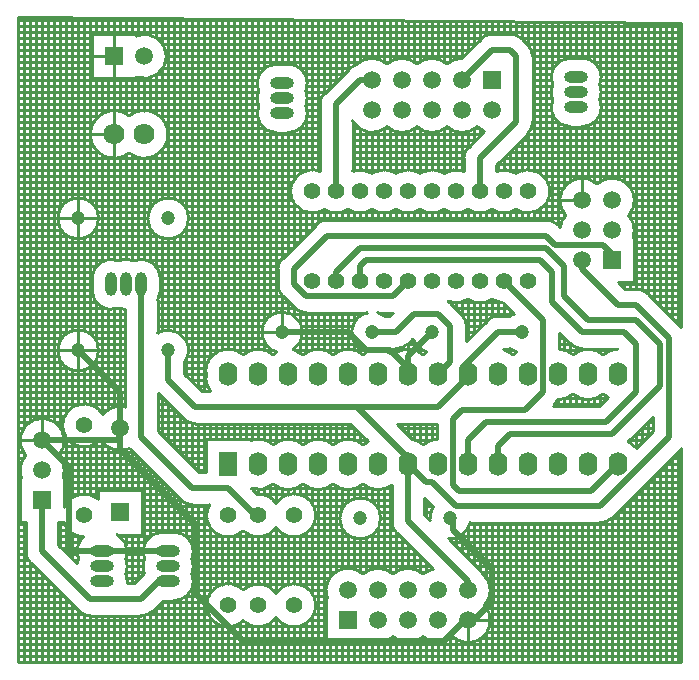
<source format=gbl>
%FSLAX42Y42*%
%MOMM*%
G71*
G01*
G75*
G04 Layer_Physical_Order=2*
%ADD10C,0.25*%
%ADD11C,0.51*%
%ADD12C,0.41*%
%ADD13C,1.40*%
%ADD14C,1.50*%
%ADD15R,1.50X1.50*%
%ADD16C,1.78*%
%ADD17O,1.00X2.00*%
%ADD18O,1.00X2.00*%
%ADD19C,1.20*%
%ADD20O,1.57X2.03*%
%ADD21R,1.57X2.03*%
%ADD22O,2.00X1.00*%
%ADD23O,2.00X1.00*%
D10*
X8937Y10579D02*
G03*
X8950Y10643I-150J63D01*
G01*
G03*
X8788Y10805I-163J0D01*
G01*
X8950Y10516D02*
G03*
X8937Y10579I-163J0D01*
G01*
X8937Y10452D02*
G03*
X8950Y10516I-150J63D01*
G01*
Y10389D02*
G03*
X8937Y10452I-163J0D01*
G01*
X8788Y10226D02*
G03*
X8950Y10389I0J163D01*
G01*
X8276Y10969D02*
G03*
X8179Y11009I-98J-98D01*
G01*
X8368Y10820D02*
G03*
X8327Y10918I-138J0D01*
G01*
X8368Y10820D02*
G03*
X8327Y10918I-138J0D01*
G01*
X8276Y10969D02*
G03*
X8179Y11009I-98J-98D01*
G01*
X8688Y10805D02*
G03*
X8538Y10579I0J-163D01*
G01*
G03*
X8538Y10452I150J-63D01*
G01*
G03*
X8688Y10226I150J-63D01*
G01*
X8327Y10164D02*
G03*
X8368Y10262I-98J98D01*
G01*
X8327Y10164D02*
G03*
X8368Y10262I-98J98D01*
G01*
X9230Y9601D02*
G03*
X8915Y9739I-188J0D01*
G01*
X9181Y9474D02*
G03*
X9230Y9601I-138J127D01*
G01*
X8915Y9739D02*
G03*
X8650Y9474I-127J-138D01*
G01*
X9230Y9347D02*
G03*
X9181Y9474I-188J0D01*
G01*
X9218Y9281D02*
G03*
X9230Y9347I-176J66D01*
G01*
X8650Y9474D02*
G03*
X8602Y9373I138J-127D01*
G01*
X9343Y8810D02*
G03*
X9246Y8850I-98J-98D01*
G01*
X9343Y8810D02*
G03*
X9246Y8850I-98J-98D01*
G01*
X8514Y9677D02*
G03*
X8230Y9829I-183J0D01*
G01*
G03*
X8063Y9848I-102J-152D01*
G01*
X8230Y9526D02*
G03*
X8514Y9677I102J152D01*
G01*
X8581Y9394D02*
G03*
X8484Y9435I-98J-98D01*
G01*
X8581Y9394D02*
G03*
X8484Y9435I-98J-98D01*
G01*
X8026Y9526D02*
G03*
X8230Y9526I102J152D01*
G01*
X8208Y8640D02*
G03*
X8177Y8622I73J-157D01*
G01*
X8026Y11009D02*
G03*
X7929Y10969I0J-138D01*
G01*
X8026Y11009D02*
G03*
X7929Y10969I0J-138D01*
G01*
X7899Y10225D02*
G03*
X7960Y10188I127J138D01*
G01*
X7645Y10225D02*
G03*
X7899Y10225I127J138D01*
G01*
X7765Y10805D02*
G03*
X7645Y10755I8J-188D01*
G01*
G03*
X7391Y10755I-127J-138D01*
G01*
Y10225D02*
G03*
X7645Y10225I127J138D01*
G01*
X7391Y10755D02*
G03*
X7137Y10755I-127J-138D01*
G01*
G03*
X6880Y10752I-127J-138D01*
G01*
G03*
X6811Y10715I29J-135D01*
G01*
X6880Y10752D02*
G03*
X6811Y10715I29J-135D01*
G01*
X6608Y10512D02*
G03*
X6567Y10414I98J-98D01*
G01*
X7137Y10225D02*
G03*
X7391Y10225I127J138D01*
G01*
X6844Y10277D02*
G03*
X7137Y10225I167J86D01*
G01*
X6608Y10512D02*
G03*
X6567Y10414I98J-98D01*
G01*
X7823Y9526D02*
G03*
X8026Y9526I102J152D01*
G01*
X7827Y10054D02*
G03*
X7787Y9957I98J-98D01*
G01*
X7827Y10054D02*
G03*
X7787Y9957I98J-98D01*
G01*
Y9848D02*
G03*
X7620Y9829I-65J-171D01*
G01*
G03*
X7417Y9829I-102J-152D01*
G01*
X7620Y9526D02*
G03*
X7823Y9526I102J152D01*
G01*
X7417Y9526D02*
G03*
X7620Y9526I102J152D01*
G01*
X8026Y8764D02*
G03*
X8115Y8733I102J152D01*
G01*
X7823Y8764D02*
G03*
X8026Y8764I102J152D01*
G01*
X7652Y8746D02*
G03*
X7823Y8764I69J169D01*
G01*
X7667Y8734D02*
G03*
X7652Y8746I-98J-98D01*
G01*
X7667Y8734D02*
G03*
X7652Y8746I-98J-98D01*
G01*
X7417Y9829D02*
G03*
X7214Y9829I-102J-152D01*
G01*
Y9526D02*
G03*
X7417Y9526I102J152D01*
G01*
X7214Y9829D02*
G03*
X7010Y9829I-102J-152D01*
G01*
Y9526D02*
G03*
X7214Y9526I102J152D01*
G01*
X7010Y9829D02*
G03*
X6844Y9848I-102J-152D01*
G01*
X6807Y9526D02*
G03*
X7010Y9526I102J152D01*
G01*
X6604Y9526D02*
G03*
X6807Y9526I102J152D01*
G01*
X6629Y9435D02*
G03*
X6532Y9394I0J-138D01*
G01*
X6629Y9435D02*
G03*
X6532Y9394I0J-138D01*
G01*
X9090Y8342D02*
G03*
X8966Y8294I3J-191D01*
G01*
Y7962D02*
G03*
X9008Y7934I127J143D01*
G01*
X9243Y7508D02*
G03*
X9178Y7560I-150J-119D01*
G01*
X8077Y8622D02*
G03*
X7980Y8581I0J-138D01*
G01*
X8077Y8622D02*
G03*
X7980Y8581I0J-138D01*
G01*
X8691Y8386D02*
G03*
X8788Y8346I98J98D01*
G01*
X8691Y8386D02*
G03*
X8788Y8346I98J98D01*
G01*
X7809Y8534D02*
G03*
X7768Y8632I-138J0D01*
G01*
X7809Y8534D02*
G03*
X7768Y8632I-138J0D01*
G01*
X8966Y8294D02*
G03*
X8712Y8294I-127J-143D01*
G01*
Y7962D02*
G03*
X8966Y7962I127J143D01*
G01*
X8712Y8294D02*
G03*
X8596Y8342I-127J-143D01*
G01*
X8582Y7914D02*
G03*
X8712Y7962I4J191D01*
G01*
X8177Y8346D02*
G03*
X8236Y8317I104J138D01*
G01*
G03*
X8204Y8294I95J-166D01*
G01*
G03*
X8125Y8336I-127J-143D01*
G01*
X8556Y7878D02*
G03*
X8582Y7914I-98J98D01*
G01*
X8556Y7878D02*
G03*
X8582Y7914I-98J98D01*
G01*
X8941Y6872D02*
G03*
X9038Y6913I0J138D01*
G01*
X8941Y6872D02*
G03*
X9038Y6913I0J138D01*
G01*
X7657Y6737D02*
G03*
X7840Y6872I14J172D01*
G01*
X7943Y6443D02*
G03*
X7921Y6473I-120J-68D01*
G01*
X7943Y6443D02*
G03*
X7921Y6473I-120J-68D01*
G01*
X8011Y6299D02*
G03*
X7943Y6443I-188J0D01*
G01*
X7961Y6172D02*
G03*
X8011Y6299I-138J127D01*
G01*
Y6045D02*
G03*
X7961Y6172I-188J0D01*
G01*
X7696Y5907D02*
G03*
X8011Y6045I127J138D01*
G01*
X7442Y5907D02*
G03*
X7696Y5907I127J138D01*
G01*
X7354Y8429D02*
G03*
X7474Y8317I164J54D01*
G01*
X7214Y8346D02*
G03*
X7311Y8386I0J138D01*
G01*
X7214Y8346D02*
G03*
X7311Y8386I0J138D01*
G01*
X7474Y8317D02*
G03*
X7442Y8294I95J-166D01*
G01*
G03*
X7188Y8294I-127J-143D01*
G01*
X7114Y8622D02*
G03*
X7056Y8650I-104J-138D01*
G01*
X7103Y8338D02*
G03*
X7114Y8346I-92J146D01*
G01*
X7558Y7580D02*
G03*
X7442Y7532I11J-191D01*
G01*
G03*
X7350Y7577I-127J-143D01*
G01*
X7188Y8294D02*
G03*
X7103Y8338I-127J-143D01*
G01*
X6965Y8650D02*
G03*
X6966Y8317I45J-167D01*
G01*
G03*
X6934Y8294I95J-166D01*
G01*
G03*
X6680Y8294I-127J-143D01*
G01*
X6976Y7560D02*
G03*
X6934Y7532I85J-172D01*
G01*
G03*
X6680Y7532I-127J-143D01*
G01*
X6934Y7200D02*
G03*
X7177Y7191I127J143D01*
G01*
X6680Y7200D02*
G03*
X6934Y7200I127J143D01*
G01*
X7529Y7008D02*
G03*
X7499Y6895I142J-99D01*
G01*
X7453Y7076D02*
G03*
X7461Y7076I14J137D01*
G01*
X7453Y7076D02*
G03*
X7461Y7076I14J137D01*
G01*
X7177Y6883D02*
G03*
X7218Y6786I138J0D01*
G01*
X7177Y6883D02*
G03*
X7218Y6786I138J0D01*
G01*
X7522Y6481D02*
G03*
X7442Y6437I47J-182D01*
G01*
G03*
X7188Y6437I-127J-138D01*
G01*
Y5907D02*
G03*
X7442Y5907I127J138D01*
G01*
X7082Y6909D02*
G03*
X7082Y6909I-173J0D01*
G01*
X7188Y6437D02*
G03*
X6934Y6437I-127J-138D01*
G01*
X6995Y5870D02*
G03*
X7188Y5907I66J176D01*
G01*
X6934Y6437D02*
G03*
X6632Y6233I-127J-138D01*
G01*
X6448Y10528D02*
G03*
X6461Y10592I-150J63D01*
G01*
G03*
X6298Y10754I-163J0D01*
G01*
X6461Y10465D02*
G03*
X6448Y10528I-163J0D01*
G01*
X6448Y10401D02*
G03*
X6461Y10465I-150J63D01*
G01*
X6198Y10754D02*
G03*
X6049Y10528I0J-163D01*
G01*
X6461Y10338D02*
G03*
X6448Y10401I-163J0D01*
G01*
X6298Y10175D02*
G03*
X6461Y10338I0J163D01*
G01*
X6567Y9848D02*
G03*
X6604Y9526I-65J-171D01*
G01*
X6049Y10401D02*
G03*
X6198Y10175I150J-63D01*
G01*
X6049Y10528D02*
G03*
X6049Y10401I150J-63D01*
G01*
X6354Y8691D02*
G03*
X6452Y8650I98J98D01*
G01*
X6354Y8691D02*
G03*
X6452Y8650I98J98D01*
G01*
X6252Y9115D02*
G03*
X6212Y9017I98J-98D01*
G01*
X6252Y9115D02*
G03*
X6212Y9017I98J-98D01*
G01*
Y8890D02*
G03*
X6252Y8792I138J0D01*
G01*
X6212Y8890D02*
G03*
X6252Y8792I138J0D01*
G01*
X6341Y8338D02*
G03*
X6421Y8484I-92J146D01*
G01*
G03*
X6204Y8317I-173J0D01*
G01*
X6680Y8294D02*
G03*
X6426Y8294I-127J-143D01*
G01*
G03*
X6341Y8338I-127J-143D01*
G01*
X6172Y8294D02*
G03*
X5918Y8294I-127J-143D01*
G01*
G03*
X5600Y8151I-127J-143D01*
G01*
X6204Y8317D02*
G03*
X6172Y8294I95J-166D01*
G01*
X5600Y8105D02*
G03*
X5641Y7987I191J0D01*
G01*
X5456Y9449D02*
G03*
X5456Y9449I-173J0D01*
G01*
X5421Y8228D02*
G03*
X5456Y8331I-138J104D01*
G01*
G03*
X5193Y8478I-173J0D01*
G01*
X5268Y10820D02*
G03*
X5014Y10996I-188J0D01*
G01*
Y10645D02*
G03*
X5268Y10820I66J176D01*
G01*
X5282Y10160D02*
G03*
X4953Y10317I-202J0D01*
G01*
Y10003D02*
G03*
X5282Y10160I127J157D01*
G01*
X4953Y10317D02*
G03*
X4953Y10003I-127J-157D01*
G01*
X4694Y9449D02*
G03*
X4694Y9449I-173J0D01*
G01*
X5193Y8754D02*
G03*
X5217Y8840I-138J86D01*
G01*
Y8940D02*
G03*
X4991Y9090I-163J0D01*
G01*
G03*
X4864Y9090I-63J-150D01*
G01*
G03*
X4638Y8940I-63J-150D01*
G01*
X4864Y8690D02*
G03*
X4917Y8678I63J150D01*
G01*
X4638Y8840D02*
G03*
X4864Y8690I163J0D01*
G01*
X4917Y7854D02*
G03*
X4730Y7787I-40J-183D01*
G01*
X4694Y8331D02*
G03*
X4694Y8331I-173J0D01*
G01*
X6680Y7532D02*
G03*
X6426Y7532I-127J-143D01*
G01*
G03*
X6172Y7532I-127J-143D01*
G01*
G03*
X5983Y7570I-127J-143D01*
G01*
X6426Y7200D02*
G03*
X6680Y7200I127J143D01*
G01*
X6172D02*
G03*
X6426Y7200I127J143D01*
G01*
X6533Y6934D02*
G03*
X6198Y7035I-183J0D01*
G01*
Y6833D02*
G03*
X6533Y6934I152J101D01*
G01*
X5989Y7160D02*
G03*
X6172Y7200I56J183D01*
G01*
X6198Y7035D02*
G03*
X6033Y7116I-152J-101D01*
G01*
X5918Y6803D02*
G03*
X6198Y6833I127J131D01*
G01*
X5414Y7751D02*
G03*
X5512Y7711I98J98D01*
G01*
X5414Y7751D02*
G03*
X5512Y7711I98J98D01*
G01*
X5632Y7025D02*
G03*
X5918Y6803I159J-90D01*
G01*
X5389Y7065D02*
G03*
X5486Y7025I98J98D01*
G01*
X5389Y7065D02*
G03*
X5486Y7025I98J98D01*
G01*
X6533Y6172D02*
G03*
X6198Y6273I-183J0D01*
G01*
G03*
X5918Y6304I-152J-101D01*
G01*
X6198Y6071D02*
G03*
X6533Y6172I152J101D01*
G01*
X5918Y6041D02*
G03*
X6198Y6071I127J131D01*
G01*
X5483Y6566D02*
G03*
X5496Y6629I-150J63D01*
G01*
G03*
X5333Y6792I-163J0D01*
G01*
X5496Y6502D02*
G03*
X5483Y6566I-163J0D01*
G01*
X5483Y6439D02*
G03*
X5496Y6502I-150J63D01*
G01*
X5496Y6375D02*
G03*
X5483Y6439I-163J0D01*
G01*
X5918Y6304D02*
G03*
X5918Y6041I-127J-131D01*
G01*
X5333Y6213D02*
G03*
X5496Y6375I0J163D01*
G01*
X4713Y7579D02*
G03*
X4955Y7499I164J91D01*
G01*
X4730Y7787D02*
G03*
X4713Y7579I-158J-91D01*
G01*
X4392Y7249D02*
G03*
X4404Y7315I-176J66D01*
G01*
X4689Y7074D02*
G03*
X4404Y7006I-117J-140D01*
G01*
X4400Y6874D02*
G03*
X4567Y6752I172J61D01*
G01*
X4355Y7442D02*
G03*
X4404Y7569I-138J127D01*
G01*
G03*
X4078Y7442I-188J0D01*
G01*
X4404Y7315D02*
G03*
X4355Y7442I-188J0D01*
G01*
X4078D02*
G03*
X4041Y7249I138J-127D01*
G01*
X5233Y6792D02*
G03*
X5083Y6566I0J-163D01*
G01*
G03*
X5081Y6445I150J-63D01*
G01*
X4924Y6566D02*
G03*
X4937Y6629I-150J63D01*
G01*
G03*
X4852Y6772I-163J0D01*
G01*
X4937Y6502D02*
G03*
X4924Y6566I-163J0D01*
G01*
X4924Y6439D02*
G03*
X4937Y6502I-150J63D01*
G01*
X4937Y6375D02*
G03*
X4924Y6439I-163J0D01*
G01*
X5055Y6085D02*
G03*
X5152Y6125I0J138D01*
G01*
X5055Y6085D02*
G03*
X5152Y6125I0J138D01*
G01*
X4936Y6361D02*
G03*
X4937Y6375I-162J14D01*
G01*
X4567Y6752D02*
G03*
X4525Y6566I107J-122D01*
G01*
G03*
X4514Y6527I150J-63D01*
G01*
X4078Y6629D02*
G03*
X4119Y6532I138J0D01*
G01*
X4078Y6629D02*
G03*
X4119Y6532I138J0D01*
G01*
X4525Y6125D02*
G03*
X4623Y6085I98J98D01*
G01*
X4525Y6125D02*
G03*
X4623Y6085I98J98D01*
G01*
X8948Y10668D02*
X9627D01*
X8948Y10617D02*
X9627D01*
X8889Y10770D02*
X9627D01*
X8931Y10719D02*
X9627D01*
X8950Y10516D02*
X9627D01*
X8948Y10414D02*
X9627D01*
X8942Y10566D02*
X9627D01*
X8942Y10465D02*
X9627D01*
X8890Y10769D02*
Y11106D01*
X8839Y10797D02*
Y11107D01*
X8941Y10697D02*
Y11106D01*
X8788Y10805D02*
Y11107D01*
X8738Y10805D02*
Y11107D01*
X8687Y10805D02*
Y11108D01*
X8941Y10570D02*
Y10588D01*
Y10443D02*
Y10461D01*
X8688Y10805D02*
X8788D01*
X9449Y8704D02*
Y11101D01*
X9398Y8755D02*
Y11101D01*
X9500Y8654D02*
Y11100D01*
X9296Y8841D02*
Y11102D01*
X9246Y8850D02*
Y11103D01*
X9347Y8806D02*
Y11102D01*
X8948Y10363D02*
X9627D01*
X9144Y9759D02*
Y11104D01*
X9195Y9711D02*
Y11103D01*
X8931Y10312D02*
X9627D01*
X8889Y10262D02*
X9627D01*
X9093Y9782D02*
Y11104D01*
X9042Y9789D02*
Y11105D01*
X8992Y9782D02*
Y11105D01*
X8941Y9759D02*
Y10334D01*
X8890Y9759D02*
Y10262D01*
X8839Y9782D02*
Y10234D01*
X8788Y9789D02*
Y10226D01*
X8738Y9782D02*
Y10226D01*
X8688D02*
X8788D01*
X8687Y9759D02*
Y10226D01*
X8636Y10797D02*
Y11108D01*
X8585Y10769D02*
Y11109D01*
X8534Y10697D02*
Y11109D01*
X8272Y10973D02*
X9627D01*
X8323Y10922D02*
X9627D01*
X8358Y10871D02*
X9627D01*
X8368Y10820D02*
X9627D01*
X8368Y10770D02*
X8586D01*
X8368Y10719D02*
X8544D01*
X8368Y10668D02*
X8527D01*
X8368Y10617D02*
X8527D01*
X8280Y10965D02*
Y11112D01*
X8230Y11000D02*
Y11112D01*
X8331Y10914D02*
Y11111D01*
X8179Y11009D02*
Y11113D01*
X8128Y11009D02*
Y11113D01*
X8276Y10969D02*
X8327Y10918D01*
X8026Y11009D02*
X8179D01*
X8534Y10570D02*
Y10588D01*
X8368Y10566D02*
X8533D01*
X8368Y10465D02*
X8533D01*
X8636Y9711D02*
Y10234D01*
X8368Y10312D02*
X8544D01*
X8585Y9390D02*
Y10262D01*
X8368Y10262D02*
X8586D01*
X8358Y10211D02*
X9627D01*
X8534Y10443D02*
Y10461D01*
X8433Y9829D02*
Y11110D01*
X8484Y9778D02*
Y11110D01*
X8368Y10516D02*
X8525D01*
X8368Y10262D02*
Y10820D01*
X8382Y9853D02*
Y11111D01*
X8368Y10414D02*
X8527D01*
X8368Y10363D02*
X8527D01*
X8534Y9425D02*
Y10334D01*
X9223Y9652D02*
X9627D01*
X9230Y9601D02*
X9627D01*
X9223Y9550D02*
X9627D01*
X9152Y9754D02*
X9627D01*
X9200Y9703D02*
X9627D01*
X9223Y9398D02*
X9627D01*
X9230Y9347D02*
X9627D01*
X9223Y9296D02*
X9627D01*
X9200Y9500D02*
X9627D01*
X9200Y9449D02*
X9627D01*
X8898Y9754D02*
X8933D01*
X9195Y9457D02*
Y9492D01*
X8788Y9601D02*
Y9776D01*
X8613Y9601D02*
X8788D01*
X8636Y9457D02*
Y9492D01*
X8581Y9394D02*
X8602Y9373D01*
X9230Y9246D02*
X9627D01*
X9230Y9195D02*
X9627D01*
X9230Y9144D02*
X9627D01*
X9230Y9093D02*
X9627D01*
X9230Y9042D02*
X9627D01*
X9230Y8992D02*
X9627D01*
X9300Y8839D02*
X9627D01*
X9365Y8788D02*
X9627D01*
X9416Y8738D02*
X9627D01*
X9230Y8941D02*
X9627D01*
X9111Y8890D02*
X9627D01*
X9218Y9281D02*
X9230D01*
Y8906D02*
Y9281D01*
X9195Y8850D02*
Y8906D01*
X9095D02*
X9230D01*
X9144Y8857D02*
Y8906D01*
X9095D02*
X9150Y8850D01*
X9466Y8687D02*
X9627D01*
X9517Y8636D02*
X9627D01*
X9150Y8850D02*
X9246D01*
X8323Y10160D02*
X9627D01*
X8273Y10109D02*
X9627D01*
X8222Y10058D02*
X9627D01*
X8171Y10008D02*
X9627D01*
X8120Y9957D02*
X9627D01*
X8069Y9906D02*
X9627D01*
X8497Y9754D02*
X8679D01*
X8512Y9703D02*
X8631D01*
X8512Y9652D02*
X8608D01*
X8373Y9855D02*
X9627D01*
X8463Y9804D02*
X9627D01*
X8331Y9860D02*
Y10168D01*
X8280Y9853D02*
Y10117D01*
X8230Y9829D02*
Y10066D01*
X8063Y9900D02*
X8327Y10164D01*
X8128Y9860D02*
Y9965D01*
X8179Y9853D02*
Y10015D01*
X8497Y9601D02*
X8601D01*
X8463Y9550D02*
X8608D01*
X8170Y9855D02*
X8289D01*
X8484Y9435D02*
Y9577D01*
X8433Y9435D02*
Y9526D01*
X8382Y9435D02*
Y9502D01*
X8373Y9500D02*
X8631D01*
X8331Y9435D02*
Y9495D01*
X8577Y9398D02*
X8608D01*
X8170Y9500D02*
X8289D01*
X6629Y9435D02*
X8484D01*
X8280D02*
Y9502D01*
X8230Y9435D02*
Y9526D01*
X8179Y9435D02*
Y9502D01*
X8128Y9435D02*
Y9495D01*
X8115Y8733D02*
X8208Y8640D01*
X8179Y8623D02*
Y8669D01*
X8077Y8622D02*
X8177D01*
X7714Y8687D02*
X8161D01*
X7765Y8636D02*
X8199D01*
X8077Y11009D02*
Y11113D01*
X8026Y11009D02*
Y11114D01*
X7874Y10914D02*
Y11115D01*
X7823Y10863D02*
Y11116D01*
X7772Y10813D02*
Y11116D01*
X7722Y10798D02*
Y11117D01*
X7976Y11000D02*
Y11114D01*
X7925Y10965D02*
Y11115D01*
X7765Y10805D02*
X7929Y10969D01*
X7671Y10775D02*
Y11117D01*
X7569Y10798D02*
Y11118D01*
X7620Y10775D02*
Y11118D01*
X7518Y10805D02*
Y11119D01*
X7468Y10798D02*
Y11119D01*
X7417Y10775D02*
Y11120D01*
X7628Y10770D02*
X7663D01*
X7366Y10775D02*
Y11120D01*
X7374Y10770D02*
X7409D01*
X7264Y10805D02*
Y11121D01*
X7315Y10798D02*
Y11120D01*
X7882Y10211D02*
X7917D01*
X7925Y10152D02*
Y10205D01*
X7874Y10101D02*
Y10205D01*
X7827Y10054D02*
X7960Y10188D01*
X7823Y10050D02*
Y10183D01*
X7772Y9853D02*
Y10175D01*
X7722Y9860D02*
Y10183D01*
X7671Y9853D02*
Y10205D01*
X7628Y10211D02*
X7663D01*
X7620Y9829D02*
Y10205D01*
X7417Y9829D02*
Y10205D01*
X7374Y10211D02*
X7409D01*
X7569Y9853D02*
Y10183D01*
X7518Y9860D02*
Y10175D01*
X7468Y9853D02*
Y10183D01*
X7315Y9860D02*
Y10183D01*
X7366Y9853D02*
Y10205D01*
X7214Y10798D02*
Y11121D01*
X7163Y10775D02*
Y11122D01*
X7112Y10775D02*
Y11122D01*
X7061Y10798D02*
Y11123D01*
X6960Y10798D02*
Y11124D01*
X6909Y10775D02*
Y11124D01*
X7120Y10770D02*
X7155D01*
X7010Y10805D02*
Y11123D01*
X6858Y10746D02*
Y11125D01*
X6807Y10711D02*
Y11125D01*
X6756Y10660D02*
Y11126D01*
X6706Y10609D02*
Y11126D01*
X6655Y10559D02*
Y11126D01*
X6604Y10508D02*
Y11127D01*
X6608Y10512D02*
X6811Y10715D01*
X6459Y10617D02*
X6713D01*
X6459Y10566D02*
X6663D01*
X7264Y9853D02*
Y10175D01*
X7163Y9853D02*
Y10205D01*
X7120Y10211D02*
X7155D01*
X7112Y9860D02*
Y10205D01*
X6844Y10160D02*
X7933D01*
X7061Y9853D02*
Y10183D01*
X7214Y9829D02*
Y10183D01*
X6844Y10109D02*
X7882D01*
X6844Y10058D02*
X7831D01*
X6844Y10262D02*
X6853D01*
X6844Y9848D02*
Y10277D01*
X6553Y9853D02*
Y11127D01*
X6502Y9860D02*
Y11128D01*
X6567Y9848D02*
Y10414D01*
X6960Y9853D02*
Y10183D01*
X6909Y9860D02*
Y10205D01*
X7010Y9829D02*
Y10175D01*
X6844Y10211D02*
X6901D01*
X6858Y9853D02*
Y10254D01*
X8077Y9853D02*
Y9914D01*
X8063Y9848D02*
Y9900D01*
X8077Y9435D02*
Y9502D01*
X8063Y9855D02*
X8086D01*
X8026Y9435D02*
Y9526D01*
X7967Y9500D02*
X8086D01*
X7976Y9435D02*
Y9502D01*
X7925Y9435D02*
Y9495D01*
X7764Y9500D02*
X7883D01*
X7874Y9435D02*
Y9502D01*
X7787Y9848D02*
Y9957D01*
X7764Y9855D02*
X7787D01*
X7560D02*
X7680D01*
X7823Y9435D02*
Y9526D01*
X7560Y9500D02*
X7680D01*
X7967Y8738D02*
X8086D01*
X7772Y9435D02*
Y9502D01*
X7722Y9435D02*
Y9495D01*
X8128Y8622D02*
Y8720D01*
X7772Y8628D02*
Y8740D01*
X8077Y8622D02*
Y8740D01*
X7764Y8738D02*
X7883D01*
X7667Y8734D02*
X7768Y8632D01*
X7671Y9435D02*
Y9502D01*
X7620Y9435D02*
Y9526D01*
X7569Y9435D02*
Y9502D01*
X7518Y9435D02*
Y9495D01*
X7468Y9435D02*
Y9502D01*
X7417Y9435D02*
Y9526D01*
X7663Y8738D02*
X7680D01*
X7671Y8730D02*
Y8740D01*
X7722Y8679D02*
Y8733D01*
X7357Y9855D02*
X7476D01*
X7154D02*
X7273D01*
X6844Y10008D02*
X7796D01*
X6844Y9957D02*
X7787D01*
X6844Y9906D02*
X7787D01*
X7357Y9500D02*
X7476D01*
X7366Y9435D02*
Y9502D01*
X7315Y9435D02*
Y9495D01*
X7154Y9500D02*
X7273D01*
X6951Y9855D02*
X7070D01*
X6844D02*
X6867D01*
X6544D02*
X6567D01*
X6951Y9500D02*
X7070D01*
X6748D02*
X6867D01*
X6544D02*
X6664D01*
X7264Y9435D02*
Y9502D01*
X7214Y9435D02*
Y9526D01*
X7163Y9435D02*
Y9502D01*
X7061Y9435D02*
Y9502D01*
X7010Y9435D02*
Y9526D01*
X6960Y9435D02*
Y9502D01*
X7092Y8636D02*
X7171D01*
X7112Y9435D02*
Y9495D01*
X7163Y8628D02*
Y8650D01*
X6909Y9435D02*
Y9495D01*
X7056Y8650D02*
X7185D01*
X6858Y9435D02*
Y9502D01*
X6807Y9435D02*
Y9526D01*
X6756Y9435D02*
Y9502D01*
X6655Y9435D02*
Y9502D01*
X6604Y9432D02*
Y9526D01*
X6706Y9435D02*
Y9495D01*
X6553Y9412D02*
Y9502D01*
X6502Y9365D02*
Y9495D01*
X9619Y8534D02*
X9627D01*
X9601Y8552D02*
Y11100D01*
X9627Y8526D02*
Y11099D01*
X9568Y8585D02*
X9627D01*
X9550Y8603D02*
Y11100D01*
X9343Y8810D02*
X9623Y8530D01*
X9042Y8335D02*
Y8346D01*
X8788D02*
X9087D01*
X8903Y8331D02*
X9029D01*
X8992Y8313D02*
Y8346D01*
X8941Y8313D02*
Y8346D01*
X8992Y7917D02*
Y7943D01*
X8890Y8335D02*
Y8346D01*
X8788Y8335D02*
Y8346D01*
X8738Y8313D02*
Y8355D01*
X8903Y7925D02*
X8999D01*
X8941Y7866D02*
Y7943D01*
X8934Y7860D02*
X9008Y7934D01*
X8890Y7860D02*
Y7921D01*
X8839Y7860D02*
Y7914D01*
X9339Y7722D02*
X9387D01*
Y7652D02*
Y7769D01*
X9627Y5690D02*
Y7501D01*
X9289Y7671D02*
X9387D01*
X9178Y7560D02*
X9387Y7769D01*
X9038Y6913D02*
X9623Y7497D01*
X9593Y7468D02*
X9627D01*
X9601Y5690D02*
Y7475D01*
X9550Y5690D02*
Y7425D01*
X9543Y7417D02*
X9627D01*
X9500Y5690D02*
Y7374D01*
X9347Y7612D02*
Y7729D01*
X9296Y7561D02*
Y7679D01*
X9243Y7508D02*
X9387Y7652D01*
X8788Y7860D02*
Y7921D01*
X8738Y7860D02*
Y7943D01*
X9246Y7511D02*
Y7628D01*
X9238Y7620D02*
X9355D01*
X9195Y7551D02*
Y7577D01*
X9234Y7518D02*
X9253D01*
X9187Y7569D02*
X9304D01*
X8596Y8480D02*
X8691Y8386D01*
X8026Y8612D02*
Y8764D01*
X8596Y8342D02*
Y8480D01*
X7799Y8585D02*
X7984D01*
X8596Y8433D02*
X8644D01*
X8596Y8382D02*
X8695D01*
X8134Y8346D02*
X8177D01*
X7976Y8577D02*
Y8740D01*
X7925Y8527D02*
Y8733D01*
X7874Y8476D02*
Y8740D01*
X7823Y8425D02*
Y8764D01*
X7809Y8411D02*
X7980Y8581D01*
X7809Y8534D02*
X7933D01*
X7809Y8411D02*
Y8534D01*
Y8484D02*
X7882D01*
X7809Y8433D02*
X7831D01*
X8687Y8313D02*
Y8390D01*
X8649Y8331D02*
X8775D01*
X8636Y8335D02*
Y8441D01*
X8649Y7925D02*
X8775D01*
X8687Y7860D02*
Y7943D01*
X8552Y7874D02*
X8949D01*
X8538Y7860D02*
X8934D01*
X8179Y8313D02*
Y8344D01*
X8141Y8331D02*
X8199D01*
X8125Y8336D02*
X8134Y8346D01*
X8636Y7860D02*
Y7921D01*
X8585Y7860D02*
Y7914D01*
X8538Y7860D02*
X8556Y7878D01*
X9492Y7366D02*
X9627D01*
X9441Y7315D02*
X9627D01*
X9390Y7264D02*
X9627D01*
X9339Y7214D02*
X9627D01*
X9289Y7163D02*
X9627D01*
X9238Y7112D02*
X9627D01*
X9187Y7061D02*
X9627D01*
X9136Y7010D02*
X9627D01*
X9085Y6960D02*
X9627D01*
X9034Y6909D02*
X9627D01*
X8004Y6350D02*
X9627D01*
X9449Y5690D02*
Y7323D01*
X9398Y5690D02*
Y7272D01*
X9347Y5690D02*
Y7221D01*
X9296Y5690D02*
Y7171D01*
X9246Y5690D02*
Y7120D01*
X9195Y5690D02*
Y7069D01*
X9144Y5690D02*
Y7018D01*
X8011Y6299D02*
X9627D01*
X8004Y6248D02*
X9627D01*
X9093Y5690D02*
Y6967D01*
X9042Y5690D02*
Y6917D01*
X8992Y5690D02*
Y6882D01*
X8941Y5690D02*
Y6872D01*
X8890Y5690D02*
Y6872D01*
X8839Y5690D02*
Y6872D01*
X8788Y5690D02*
Y6872D01*
X8738Y5690D02*
Y6872D01*
X8687Y5690D02*
Y6872D01*
X8636Y5690D02*
Y6872D01*
X8585Y5690D02*
Y6872D01*
X8534Y5690D02*
Y6872D01*
X8484Y5690D02*
Y6872D01*
X8433Y5690D02*
Y6872D01*
X8382Y5690D02*
Y6872D01*
X8331Y5690D02*
Y6872D01*
X8280Y5690D02*
Y6872D01*
X8230Y5690D02*
Y6872D01*
X8179Y5690D02*
Y6872D01*
X8128Y5690D02*
Y6872D01*
X8077Y5690D02*
Y6872D01*
X8026Y5690D02*
Y6872D01*
X7836Y6858D02*
X9627D01*
X7840Y6872D02*
X8941D01*
X7810Y6807D02*
X9627D01*
X7752Y6756D02*
X9627D01*
X7688Y6706D02*
X9627D01*
X7739Y6655D02*
X9627D01*
X7892Y6502D02*
X9627D01*
X7938Y6452D02*
X9627D01*
X7981Y6401D02*
X9627D01*
X7790Y6604D02*
X9627D01*
X7841Y6553D02*
X9627D01*
X7925Y6469D02*
Y6872D01*
X7874Y6520D02*
Y6872D01*
X7976Y6409D02*
Y6872D01*
X7772Y6622D02*
Y6769D01*
X7823Y6571D02*
Y6828D01*
X7722Y6672D02*
Y6744D01*
X7671Y6723D02*
Y6736D01*
X7657Y6737D02*
X7921Y6473D01*
X7981Y6198D02*
X9627D01*
X7981Y6147D02*
X9627D01*
X8004Y6096D02*
X9627D01*
X8011Y6045D02*
X9627D01*
X8004Y5994D02*
X9627D01*
X7981Y5944D02*
X9627D01*
X7933Y5893D02*
X9627D01*
X7823Y6045D02*
X7998D01*
X7976Y6155D02*
Y6190D01*
Y5690D02*
Y5936D01*
X7823Y5870D02*
Y6045D01*
X7679Y5893D02*
X7714D01*
X7925Y5690D02*
Y5887D01*
X7874Y5690D02*
Y5865D01*
X7823Y5690D02*
Y5858D01*
X7772Y5690D02*
Y5865D01*
X7722Y5690D02*
Y5887D01*
X7366Y8335D02*
Y8402D01*
X7315Y8342D02*
Y8390D01*
X7311Y8386D02*
X7354Y8429D01*
X7379Y8331D02*
X7437D01*
X7417Y8313D02*
Y8344D01*
X7307Y8382D02*
X7379D01*
X7156Y8622D02*
X7185Y8650D01*
X7114Y8622D02*
X7156D01*
X7264Y8335D02*
Y8355D01*
X7112Y8623D02*
Y8650D01*
X7114Y8346D02*
X7214D01*
X7125Y8331D02*
X7251D01*
X7214Y8313D02*
Y8346D01*
X7163Y8313D02*
Y8346D01*
X7112Y8335D02*
Y8344D01*
X7558Y7580D02*
Y7711D01*
X7518Y7573D02*
Y7711D01*
X7468Y7551D02*
Y7711D01*
X7217D02*
X7558D01*
X7366Y7573D02*
Y7711D01*
X7417Y7551D02*
Y7711D01*
X7379Y7569D02*
X7505D01*
X7257Y7671D02*
X7558D01*
X7307Y7620D02*
X7558D01*
X7315Y8128D02*
Y8330D01*
X7264Y7663D02*
Y7711D01*
X7315Y7612D02*
Y7711D01*
X7217D02*
X7350Y7577D01*
X7177Y6883D02*
Y7191D01*
X7125Y7163D02*
X7177D01*
X7112Y6480D02*
Y7159D01*
X7163Y6457D02*
Y7181D01*
X7010Y7048D02*
Y7159D01*
X7061Y6990D02*
Y7152D01*
X6909Y8623D02*
Y8650D01*
X6858Y8565D02*
Y8650D01*
X6909Y8313D02*
Y8344D01*
X6858Y8335D02*
Y8402D01*
X6807Y8342D02*
Y8650D01*
X6871Y8331D02*
X6929D01*
X6858Y7573D02*
Y7679D01*
X6807Y7580D02*
Y7711D01*
X6756Y8335D02*
Y8650D01*
X6706Y8313D02*
Y8650D01*
X6655Y8313D02*
Y8650D01*
X6604Y8335D02*
Y8650D01*
X6553Y8342D02*
Y8650D01*
X6502Y8335D02*
Y8650D01*
X6756Y7573D02*
Y7711D01*
X6617Y8331D02*
X6743D01*
X6604Y7573D02*
Y7711D01*
X6553Y7580D02*
Y7711D01*
X6502Y7573D02*
Y7711D01*
X6960Y7551D02*
Y7577D01*
X6909Y7551D02*
Y7628D01*
X6826Y7711D02*
X6976Y7560D01*
X6871Y7569D02*
X6967D01*
X6909Y7082D02*
Y7181D01*
X6960Y7074D02*
Y7181D01*
X6871Y7163D02*
X6997D01*
X6706Y7551D02*
Y7711D01*
X6655Y7551D02*
Y7711D01*
X6706Y6457D02*
Y7181D01*
X6617Y7569D02*
X6743D01*
X6617Y7163D02*
X6743D01*
X6655Y6409D02*
Y7181D01*
X6858Y7074D02*
Y7159D01*
X6807Y7048D02*
Y7152D01*
X6756Y6990D02*
Y7159D01*
X6502Y7035D02*
Y7159D01*
X6604Y5690D02*
Y7159D01*
X7518Y6990D02*
Y7018D01*
X7468Y6926D02*
Y7069D01*
X7453Y7061D02*
X7475D01*
X7461Y7076D02*
X7529Y7008D01*
X7453Y7010D02*
X7526D01*
X7453Y6960D02*
X7506D01*
X7485Y6909D02*
X7498D01*
X7453Y6941D02*
X7499Y6895D01*
X7218Y6786D02*
X7522Y6481D01*
X7453Y6941D02*
Y7076D01*
X7074Y6960D02*
X7177D01*
X7082Y6909D02*
X7177D01*
X7366Y6480D02*
Y6637D01*
X7315Y6487D02*
Y6688D01*
X7264Y6480D02*
Y6739D01*
X7074Y6858D02*
X7179D01*
X7061Y6487D02*
Y6828D01*
X7468Y6457D02*
Y6536D01*
X7425Y6452D02*
X7460D01*
X7425Y5893D02*
X7460D01*
X7671Y5690D02*
Y5887D01*
X7620Y5690D02*
Y5865D01*
X7569Y5690D02*
Y5858D01*
X7518Y5690D02*
Y5865D01*
X7468Y5690D02*
Y5887D01*
X7417Y6457D02*
Y6586D01*
X7214Y6457D02*
Y6790D01*
X7417Y5690D02*
Y5887D01*
X7171Y6452D02*
X7206D01*
X7171Y5893D02*
X7206D01*
X7214Y5690D02*
Y5887D01*
X7366Y5690D02*
Y5865D01*
X7315Y5690D02*
Y5858D01*
X7264Y5690D02*
Y5865D01*
X7163Y5690D02*
Y5887D01*
X7112Y5690D02*
Y5865D01*
X7048Y6807D02*
X7200D01*
X7048Y7010D02*
X7177D01*
X7010Y6480D02*
Y6769D01*
X6990Y6756D02*
X7247D01*
X6990Y7061D02*
X7177D01*
X6960Y6457D02*
Y6744D01*
X6917Y6452D02*
X6952D01*
X6858Y6480D02*
Y6744D01*
X6909Y6457D02*
Y6736D01*
X6516Y7010D02*
X6769D01*
X6531Y6960D02*
X6744D01*
X6531Y6909D02*
X6736D01*
X6481Y7061D02*
X6828D01*
X6516Y6858D02*
X6744D01*
X6502Y6273D02*
Y6833D01*
X6807Y6487D02*
Y6769D01*
X6756Y6480D02*
Y6828D01*
X6516Y6248D02*
X6627D01*
X6481Y6807D02*
X6769D01*
X6481Y6299D02*
X6619D01*
X7061Y5690D02*
Y5858D01*
X7010Y5690D02*
Y5865D01*
X6995Y5858D02*
Y5870D01*
X6619Y5858D02*
X6995D01*
X6960Y5690D02*
Y5858D01*
X6909Y5690D02*
Y5858D01*
X6858Y5690D02*
Y5858D01*
X6807Y5690D02*
Y5858D01*
X6756Y5690D02*
Y5858D01*
X6619Y6233D02*
X6632D01*
X6619Y5858D02*
Y6233D01*
X6553Y5690D02*
Y7152D01*
X6531Y6198D02*
X6619D01*
X6531Y6147D02*
X6619D01*
X6706Y5690D02*
Y5858D01*
X6516Y6096D02*
X6619D01*
X6655Y5690D02*
Y5858D01*
X6481Y6045D02*
X6619D01*
X6502Y5690D02*
Y6071D01*
X6452Y10647D02*
Y11128D01*
Y10520D02*
Y10537D01*
X6400Y10719D02*
X6815D01*
X6442Y10668D02*
X6764D01*
X6453Y10516D02*
X6612D01*
X6461Y10465D02*
X6577D01*
X6453Y10414D02*
X6567D01*
X6350Y10746D02*
Y11129D01*
X6299Y10754D02*
Y11130D01*
X6401Y10718D02*
Y11129D01*
X6248Y10754D02*
Y11130D01*
X6198Y10754D02*
Y11131D01*
X6045Y10647D02*
Y11132D01*
X6198Y10754D02*
X6298D01*
X6147Y10746D02*
Y11131D01*
X6096Y10718D02*
Y11132D01*
X6045Y10520D02*
Y10537D01*
X6459Y10363D02*
X6567D01*
X6452Y10393D02*
Y10410D01*
X6459Y10312D02*
X6567D01*
X6452Y9853D02*
Y10283D01*
X6442Y10262D02*
X6567D01*
X6400Y10211D02*
X6567D01*
X6401Y9829D02*
Y10211D01*
X6350Y9778D02*
Y10183D01*
X6096Y8565D02*
Y10211D01*
X6045Y10393D02*
Y10410D01*
Y8342D02*
Y10283D01*
X5994Y8335D02*
Y11133D01*
X6198Y10175D02*
X6298D01*
X6299Y9162D02*
Y10175D01*
X6248Y9111D02*
Y10175D01*
X6198Y8649D02*
Y10175D01*
X6147Y8623D02*
Y10183D01*
X4013Y11151D02*
X9627Y11099D01*
X5190Y10973D02*
X7933D01*
X5238Y10922D02*
X7882D01*
X4013Y11074D02*
X9627D01*
X4013Y11125D02*
X6794D01*
X4013Y11024D02*
X9627D01*
X5268Y10820D02*
X7780D01*
X5282Y10160D02*
X6567D01*
X5275Y10109D02*
X6567D01*
X5261Y10871D02*
X7831D01*
X5261Y10770D02*
X6901D01*
X5238Y10719D02*
X6097D01*
X5190Y10668D02*
X6055D01*
X4013Y10617D02*
X6038D01*
X4013Y10516D02*
X6044D01*
X4013Y10566D02*
X6038D01*
X4013Y10465D02*
X6036D01*
X5254Y10262D02*
X6055D01*
X5212Y10312D02*
X6038D01*
X5275Y10211D02*
X6097D01*
X4013Y10414D02*
X6044D01*
X4013Y10363D02*
X6038D01*
X5254Y10058D02*
X6567D01*
X5944Y8313D02*
Y11133D01*
X5893Y8313D02*
Y11133D01*
X5212Y10008D02*
X6567D01*
X4013Y9957D02*
X6567D01*
X4013Y9906D02*
X6567D01*
X4013Y9855D02*
X6460D01*
X4013Y9804D02*
X6371D01*
X4013Y9754D02*
X6336D01*
X4013Y9703D02*
X6321D01*
X4013Y9652D02*
X6321D01*
X5842Y8335D02*
Y11134D01*
X5791Y8342D02*
Y11134D01*
X5740Y8335D02*
Y11135D01*
X5690Y8313D02*
Y11135D01*
X5639Y8267D02*
Y11136D01*
X5588Y7987D02*
Y11136D01*
X5486Y8069D02*
Y11137D01*
X5436Y9530D02*
Y11138D01*
X5537Y8019D02*
Y11137D01*
X5334Y9614D02*
Y11139D01*
X5385Y9588D02*
Y11138D01*
X6452Y9314D02*
Y9502D01*
X6401Y9263D02*
Y9526D01*
Y8565D02*
Y8660D01*
X6252Y9115D02*
X6532Y9394D01*
X6452Y8650D02*
X6965D01*
X6413Y8534D02*
X6845D01*
X6421Y8484D02*
X6838D01*
X6330Y8636D02*
X6929D01*
X6388Y8585D02*
X6871D01*
X6350Y9212D02*
Y9577D01*
X6212Y8890D02*
Y9017D01*
X6299Y8649D02*
Y8745D01*
X6248Y8656D02*
Y8796D01*
X6350Y8623D02*
Y8695D01*
X6252Y8792D02*
X6354Y8691D01*
X6248Y8484D02*
Y8644D01*
X6413Y8433D02*
X6845D01*
X6452Y8313D02*
Y8650D01*
X6401Y8313D02*
Y8402D01*
X6248Y8484D02*
X6408D01*
X6388Y8382D02*
X6871D01*
X6363Y8331D02*
X6489D01*
X6350Y8335D02*
Y8344D01*
X6109Y8331D02*
X6167D01*
X6096Y8335D02*
Y8402D01*
X6147Y8313D02*
Y8344D01*
X6088Y8484D02*
X6248D01*
X5855Y8331D02*
X5981D01*
X5600Y8105D02*
Y8151D01*
X5569Y7987D02*
X5641D01*
X5456Y9449D02*
X8631D01*
X5448Y9500D02*
X6460D01*
X5448Y9398D02*
X6536D01*
X5423Y9550D02*
X6371D01*
X5364Y9601D02*
X6336D01*
X5423Y9347D02*
X6485D01*
X5364Y9296D02*
X6434D01*
X5193Y8738D02*
X6307D01*
X5193Y8687D02*
X6358D01*
X4013Y9246D02*
X6383D01*
X4013Y9195D02*
X6332D01*
X5181Y9042D02*
X6214D01*
X5209Y8992D02*
X6212D01*
X5217Y8941D02*
X6212D01*
X4013Y9144D02*
X6282D01*
X5109Y9093D02*
X6235D01*
X5217Y8839D02*
X6222D01*
X5217Y8890D02*
X6212D01*
X5209Y8788D02*
X6256D01*
X5193Y8636D02*
X6167D01*
X5193Y8585D02*
X6109D01*
X5448Y8382D02*
X6109D01*
X5456Y8331D02*
X5727D01*
X5448Y8280D02*
X5650D01*
X5193Y8534D02*
X6083D01*
X5364Y8484D02*
X6076D01*
X5423Y8433D02*
X6083D01*
X5423Y8230D02*
X5617D01*
X5479Y8077D02*
X5602D01*
X5529Y8026D02*
X5617D01*
X5421Y8179D02*
X5602D01*
X5428Y8128D02*
X5600D01*
X5436Y8412D02*
Y9368D01*
Y8120D02*
Y8250D01*
X5385Y8471D02*
Y9309D01*
X5334Y8496D02*
Y9284D01*
X5421Y8134D02*
X5569Y7987D01*
X5421Y8134D02*
Y8228D01*
X5193Y7972D02*
X5414Y7751D01*
X5193Y7823D02*
X5342D01*
X5193Y7772D02*
X5393D01*
X5182Y10978D02*
Y11140D01*
X5131Y11001D02*
Y11140D01*
X5232Y10930D02*
Y11139D01*
X5080Y11008D02*
Y11141D01*
X5029Y11001D02*
Y11141D01*
X5131Y10355D02*
Y10640D01*
X5080Y10362D02*
Y10633D01*
X5029Y10355D02*
Y10640D01*
X5014Y10996D02*
Y11008D01*
X4978D02*
Y11142D01*
X4928Y11008D02*
Y11142D01*
X4877Y11008D02*
Y11143D01*
X4826Y11008D02*
Y11143D01*
X4775Y11008D02*
Y11144D01*
X4724Y11008D02*
Y11144D01*
X5014Y10633D02*
Y10645D01*
X4826Y10820D02*
Y10995D01*
X4877Y10355D02*
Y10633D01*
X4826Y10645D02*
Y10820D01*
Y10362D02*
Y10633D01*
X5232Y10292D02*
Y10711D01*
X5182Y10334D02*
Y10663D01*
X5283Y9621D02*
Y11139D01*
X4978Y10334D02*
Y10633D01*
X5232Y9614D02*
Y10028D01*
X5182Y9588D02*
Y9986D01*
X5131Y9530D02*
Y9965D01*
X5080Y9101D02*
Y9958D01*
X5029Y9101D02*
Y9965D01*
X4928Y10334D02*
Y10633D01*
X4826Y10160D02*
Y10349D01*
X4978Y9095D02*
Y9986D01*
X4775Y10355D02*
Y10633D01*
X4724Y10334D02*
Y10633D01*
X4826Y9971D02*
Y10160D01*
X4928Y9103D02*
Y9986D01*
X4877Y9095D02*
Y9965D01*
X4826Y9101D02*
Y9958D01*
X4775Y9101D02*
Y9965D01*
X4724Y9084D02*
Y9986D01*
X4651Y10820D02*
X4826D01*
X4674Y11008D02*
Y11145D01*
Y10292D02*
Y10633D01*
X4638Y11008D02*
X5014D01*
X4638Y10633D02*
X5014D01*
X4013Y10312D02*
X4694D01*
X4013Y10262D02*
X4652D01*
X4637Y10160D02*
X4826D01*
X4013Y10058D02*
X4652D01*
X4013Y10008D02*
X4694D01*
X4013Y10973D02*
X4638D01*
X4013Y10922D02*
X4638D01*
Y10633D02*
Y11008D01*
X4013Y10871D02*
X4638D01*
X4013Y10820D02*
X4638D01*
X4013Y10770D02*
X4638D01*
X4013Y10719D02*
X4638D01*
X4013Y10668D02*
X4638D01*
X4013Y10211D02*
X4631D01*
X4013Y10160D02*
X4624D01*
X4013Y10109D02*
X4631D01*
X4623Y9588D02*
Y11145D01*
X4572Y9614D02*
Y11145D01*
X4674Y9530D02*
Y10028D01*
X4521Y9621D02*
Y11146D01*
Y9449D02*
Y9609D01*
X4661Y9550D02*
X5144D01*
X4686Y9500D02*
X5118D01*
X4694Y9449D02*
X5110D01*
X4602Y9601D02*
X5202D01*
X4521Y9449D02*
X4681D01*
X4470Y9614D02*
Y11146D01*
X4420Y9588D02*
Y11147D01*
X4369Y9530D02*
Y11147D01*
X4267Y7750D02*
Y11148D01*
X4216Y7757D02*
Y11149D01*
X4166Y7750D02*
Y11149D01*
X4361Y9449D02*
X4521D01*
X4013Y9601D02*
X4440D01*
X4521Y9289D02*
Y9449D01*
X4013Y9550D02*
X4382D01*
X4013Y9500D02*
X4356D01*
X5283Y8504D02*
Y9276D01*
X5182Y9042D02*
Y9309D01*
X5232Y8496D02*
Y9284D01*
X4602Y9296D02*
X5202D01*
X4661Y9347D02*
X5144D01*
X5131Y9084D02*
Y9368D01*
X5217Y8840D02*
Y8940D01*
X5193Y8478D02*
Y8754D01*
Y8484D02*
X5202D01*
X4686Y9398D02*
X5118D01*
X4982Y9093D02*
X5000D01*
X4674Y9042D02*
Y9368D01*
X4572Y8496D02*
Y9284D01*
X4855Y9093D02*
X4873D01*
X4855Y8687D02*
X4873D01*
X4638Y8840D02*
Y8940D01*
X4686Y8382D02*
X4917D01*
X4694Y8331D02*
X4917D01*
Y7854D02*
Y8678D01*
X4602Y8484D02*
X4917D01*
X4661Y8433D02*
X4917D01*
X4686Y8280D02*
X4917D01*
X5193Y7925D02*
X5240D01*
X4661Y8230D02*
X4917D01*
X5193Y7874D02*
X5291D01*
X4602Y8179D02*
X4917D01*
X4614Y7874D02*
X4917D01*
X4877Y7858D02*
Y8685D01*
X4826Y7851D02*
Y8679D01*
X4775Y7828D02*
Y8679D01*
X4674Y8412D02*
Y8738D01*
X4623Y8471D02*
Y9309D01*
X4724Y7797D02*
Y8696D01*
X4703Y7823D02*
X4768D01*
X4674Y7848D02*
Y8250D01*
X4572Y7879D02*
Y8166D01*
X4623Y7872D02*
Y8192D01*
X4013Y9093D02*
X4746D01*
X4013Y9042D02*
X4674D01*
X4013Y8992D02*
X4646D01*
X4013Y8941D02*
X4638D01*
X4013Y8890D02*
X4638D01*
X4013Y8788D02*
X4646D01*
X4013Y8687D02*
X4746D01*
X4013Y8738D02*
X4674D01*
X4013Y8636D02*
X4917D01*
X4013Y8585D02*
X4917D01*
X4013Y8534D02*
X4917D01*
X4420Y8471D02*
Y9309D01*
X4013Y9449D02*
X4349D01*
X4369Y8412D02*
Y9368D01*
X4013Y9347D02*
X4382D01*
X4013Y9398D02*
X4356D01*
X4013Y9296D02*
X4440D01*
X4013Y8839D02*
X4638D01*
X4521Y8504D02*
Y9276D01*
X4470Y8496D02*
Y9284D01*
X4013Y8484D02*
X4440D01*
X4013Y8433D02*
X4382D01*
X4521Y8331D02*
X4681D01*
X4521D02*
Y8491D01*
Y8171D02*
Y8331D01*
X4361D02*
X4521D01*
X4013Y8128D02*
X4917D01*
X4013Y8077D02*
X4917D01*
X4013Y8026D02*
X4917D01*
X4013Y7976D02*
X4917D01*
X4013Y7925D02*
X4917D01*
X4013Y7874D02*
X4530D01*
X4013Y8382D02*
X4356D01*
X4013Y8331D02*
X4349D01*
X4420Y7797D02*
Y8192D01*
X4013Y8280D02*
X4356D01*
X4013Y8230D02*
X4382D01*
X4521Y7872D02*
Y8158D01*
X4013Y8179D02*
X4440D01*
X4470Y7848D02*
Y8166D01*
X4013Y7823D02*
X4441D01*
X4013Y7772D02*
X4406D01*
X6452Y7551D02*
Y7711D01*
X6350Y7573D02*
Y7711D01*
X6401Y7551D02*
Y7711D01*
X6299Y7580D02*
Y7711D01*
X6248Y7573D02*
Y7711D01*
X6198Y7551D02*
Y7711D01*
X6363Y7569D02*
X6489D01*
X6363Y7163D02*
X6489D01*
X6109Y7569D02*
X6235D01*
X6096Y7573D02*
Y7711D01*
X6045Y7580D02*
Y7711D01*
X6147Y7551D02*
Y7711D01*
X5944Y7580D02*
Y7711D01*
X5893Y7580D02*
Y7711D01*
X5994Y7573D02*
Y7711D01*
X5983Y7570D02*
Y7580D01*
X5842D02*
Y7711D01*
X5791Y7580D02*
Y7711D01*
X5740Y7580D02*
Y7711D01*
X6401Y7110D02*
Y7181D01*
X6452Y7086D02*
Y7181D01*
X6350Y7117D02*
Y7159D01*
X6248Y7086D02*
Y7159D01*
X6392Y7112D02*
X7177D01*
X6299Y7110D02*
Y7152D01*
X6087Y7112D02*
X6308D01*
X6109Y7163D02*
X6235D01*
X6147Y7086D02*
Y7181D01*
X6198Y7035D02*
Y7181D01*
X5989Y7160D02*
X6033Y7116D01*
X6096Y7110D02*
Y7159D01*
X6177Y7061D02*
X6219D01*
X6045Y7117D02*
Y7152D01*
X6198Y6273D02*
Y6833D01*
X5690Y7580D02*
Y7711D01*
X5639Y7580D02*
Y7711D01*
X5600Y7580D02*
X5983D01*
X5193Y7671D02*
X6866D01*
X5512Y7711D02*
X6826D01*
X5225Y7620D02*
X6917D01*
X5377Y7468D02*
X5600D01*
X5428Y7417D02*
X5600D01*
X5479Y7366D02*
X5600D01*
X5275Y7569D02*
X5600D01*
X5326Y7518D02*
X5600D01*
X5436Y7409D02*
Y7733D01*
X5334Y7511D02*
Y7831D01*
X5283Y7561D02*
Y7882D01*
X5385Y7460D02*
Y7780D01*
X5529Y7315D02*
X5600D01*
X5537Y7307D02*
Y7711D01*
X5600Y7301D02*
Y7580D01*
X5193Y7722D02*
X5458D01*
X5486Y7358D02*
Y7713D01*
X5588Y7301D02*
Y7711D01*
Y5690D02*
Y7025D01*
X5544Y7301D02*
X5600D01*
X5193Y7652D02*
X5544Y7301D01*
X5486Y7025D02*
X5632D01*
X5065Y7010D02*
X5625D01*
X5065Y6960D02*
X5610D01*
X5537Y5690D02*
Y7025D01*
X5065Y6909D02*
X5610D01*
X5065Y6858D02*
X5625D01*
X5334Y6792D02*
Y7120D01*
X5283Y6792D02*
Y7171D01*
X5065Y7112D02*
X5342D01*
X4404Y7163D02*
X5291D01*
X4957Y7497D02*
X5389Y7065D01*
X5436Y6756D02*
Y7034D01*
X5486Y6684D02*
Y7025D01*
X5065Y7061D02*
X5393D01*
X5385Y6784D02*
Y7069D01*
X6392Y6756D02*
X6828D01*
X6401Y6348D02*
Y6759D01*
X6452Y6324D02*
Y6782D01*
X6087Y6756D02*
X6308D01*
X6177Y6807D02*
X6219D01*
X6248Y6324D02*
Y6782D01*
X6392Y6350D02*
X6627D01*
X6350Y6355D02*
Y6751D01*
X6299Y6348D02*
Y6759D01*
X6087Y6350D02*
X6308D01*
X6177Y6299D02*
X6219D01*
X6096Y6348D02*
Y6759D01*
X5994Y6348D02*
Y6759D01*
X6147Y6324D02*
Y6782D01*
X5833Y6756D02*
X6003D01*
X5944Y6324D02*
Y6782D01*
X5893Y6324D02*
Y6782D01*
X6045Y6355D02*
Y6751D01*
X5842Y6348D02*
Y6759D01*
X5833Y6350D02*
X6003D01*
X5791Y6355D02*
Y6751D01*
X5740Y6348D02*
Y6759D01*
X6452Y5690D02*
Y6020D01*
X6248Y5690D02*
Y6020D01*
X6177Y6045D02*
X6219D01*
X6392Y5994D02*
X6619D01*
X6401Y5690D02*
Y5997D01*
X6350Y5690D02*
Y5990D01*
X6087Y5994D02*
X6308D01*
X6299Y5690D02*
Y5997D01*
X6198Y5690D02*
Y6071D01*
X6147Y5690D02*
Y6020D01*
X6096Y5690D02*
Y5997D01*
X5944Y5690D02*
Y6020D01*
X5893Y5690D02*
Y6020D01*
X6045Y5690D02*
Y5990D01*
X5994Y5690D02*
Y5997D01*
X5842Y5690D02*
Y5997D01*
X5833Y5994D02*
X6003D01*
X5791Y5690D02*
Y5990D01*
X5494Y6604D02*
X7399D01*
X5494Y6655D02*
X7348D01*
X5690Y6324D02*
Y6782D01*
X5435Y6756D02*
X5749D01*
X5065Y6807D02*
X5660D01*
X5477Y6706D02*
X7298D01*
X5496Y6502D02*
X7501D01*
X5494Y6401D02*
X6649D01*
X5494Y6350D02*
X5749D01*
X5488Y6553D02*
X7450D01*
X5488Y6452D02*
X6698D01*
X5486Y6557D02*
Y6575D01*
X5639Y6273D02*
Y6833D01*
X5233Y6792D02*
X5333D01*
X5486Y6430D02*
Y6448D01*
X5477Y6299D02*
X5660D01*
X5435Y6248D02*
X5625D01*
X5740Y5690D02*
Y5997D01*
X5690Y5690D02*
Y6020D01*
X4013Y5994D02*
X5749D01*
X4013Y6045D02*
X5660D01*
X4013Y5944D02*
X6619D01*
X4013Y5842D02*
X9627D01*
X4013Y5893D02*
X6619D01*
X4013Y5791D02*
X9627D01*
X4013Y5740D02*
X9627D01*
X4013Y5690D02*
X9627D01*
X5486D02*
Y6321D01*
X5436Y5690D02*
Y6249D01*
X5385Y5690D02*
Y6221D01*
X5240Y6213D02*
X5333D01*
X5334Y5690D02*
Y6213D01*
X5639Y5690D02*
Y6071D01*
X5225Y6198D02*
X5610D01*
X5283Y5690D02*
Y6213D01*
X5174Y6147D02*
X5610D01*
X5109Y6096D02*
X5625D01*
X5232Y7612D02*
Y7933D01*
X5193Y7652D02*
Y7972D01*
X4978Y7148D02*
Y7475D01*
X4877Y7670D02*
Y7845D01*
X4928Y7148D02*
Y7490D01*
X4404Y7214D02*
X5240D01*
X4404Y7315D02*
X5139D01*
X5029Y7148D02*
Y7425D01*
X4397Y7366D02*
X5088D01*
X4397Y7264D02*
X5189D01*
X4703Y7569D02*
X4719D01*
X4404D02*
X4441D01*
X4877Y7495D02*
Y7670D01*
X4397Y7620D02*
X4406D01*
X4374Y7671D02*
X4391D01*
X4614Y7518D02*
X4766D01*
X4397D02*
X4530D01*
X4877Y7148D02*
Y7482D01*
X4392Y7249D02*
X4404D01*
X5182Y6784D02*
Y7272D01*
X5131Y6756D02*
Y7323D01*
X5080Y6684D02*
Y7374D01*
X4826Y7148D02*
Y7490D01*
X4775Y7148D02*
Y7512D01*
X4724Y7148D02*
Y7561D01*
X5232Y6792D02*
Y7221D01*
X4689Y7148D02*
X5065D01*
Y6772D02*
Y7148D01*
X4614Y7112D02*
X4689D01*
Y7074D02*
Y7148D01*
X4623Y7110D02*
Y7521D01*
X4572Y7117D02*
Y7514D01*
X4674Y7086D02*
Y7544D01*
X4521Y7110D02*
Y7521D01*
X4470Y7086D02*
Y7544D01*
X4420Y7035D02*
Y7595D01*
X4404Y7112D02*
X4530D01*
X4404Y7006D02*
Y7249D01*
Y7061D02*
X4441D01*
X4326Y7722D02*
X4391D01*
X4369Y7679D02*
Y8250D01*
X4318Y7727D02*
Y11148D01*
X4216Y7569D02*
Y7744D01*
X4374Y7468D02*
X4986D01*
X4369Y7425D02*
Y7460D01*
X4374Y7417D02*
X5037D01*
X4216Y7569D02*
X4391D01*
X4041D02*
X4216D01*
X4115Y7727D02*
Y11150D01*
X4013Y7722D02*
X4107D01*
X4064Y7679D02*
Y11150D01*
X4013Y7671D02*
X4059D01*
X4013Y7620D02*
X4036D01*
X4013Y7569D02*
X4029D01*
X4013Y7468D02*
X4059D01*
X4013Y7518D02*
X4036D01*
X4064Y7425D02*
Y7460D01*
X4013Y7417D02*
X4059D01*
X4013Y7366D02*
X4036D01*
X4354Y6874D02*
X4400D01*
X4369Y6672D02*
Y6874D01*
X4013Y7264D02*
X4036D01*
X4029Y7249D02*
X4041D01*
X4354Y6858D02*
X4406D01*
X4354Y6687D02*
Y6874D01*
X4078Y6629D02*
Y6874D01*
X4029D02*
X4078D01*
X4064Y5690D02*
Y6874D01*
X4029D02*
Y7249D01*
X4013Y5690D02*
Y11151D01*
Y5690D02*
Y11151D01*
Y7315D02*
X4029D01*
X4013Y7214D02*
X4029D01*
X4013Y7163D02*
X4029D01*
X4013Y7112D02*
X4029D01*
X4013Y7061D02*
X4029D01*
X4013Y7010D02*
X4029D01*
X4013Y6960D02*
X4029D01*
X4013Y6909D02*
X4029D01*
X4935Y6655D02*
X5072D01*
X4935Y6604D02*
X5072D01*
X4876Y6756D02*
X5132D01*
X4852Y6772D02*
X5065D01*
X4918Y6706D02*
X5089D01*
X5080Y6557D02*
Y6575D01*
X4937Y6502D02*
X5071D01*
X4929Y6553D02*
X5079D01*
X4929Y6452D02*
X5079D01*
X4928Y6684D02*
Y6772D01*
X5029Y6393D02*
Y6772D01*
X4877Y6756D02*
Y6772D01*
X4928Y6557D02*
Y6575D01*
X4935Y6401D02*
X5037D01*
X4928Y6430D02*
Y6448D01*
X5152Y6125D02*
X5240Y6213D01*
X5232Y5690D02*
Y6205D01*
X5182Y5690D02*
Y6155D01*
X4997Y6361D02*
X5081Y6445D01*
X4936Y6361D02*
X4997D01*
X5131Y5690D02*
Y6108D01*
X5080Y5690D02*
Y6087D01*
X4623Y6085D02*
X5055D01*
X5029Y5690D02*
Y6085D01*
X4978Y6361D02*
Y6772D01*
Y5690D02*
Y6085D01*
X4928Y5690D02*
Y6085D01*
X4877Y5690D02*
Y6085D01*
X4572Y5690D02*
Y6095D01*
X4826Y5690D02*
Y6085D01*
X4775Y5690D02*
Y6085D01*
X4724Y5690D02*
Y6085D01*
X4674Y5690D02*
Y6085D01*
X4623Y5690D02*
Y6085D01*
X4521Y6684D02*
Y6759D01*
X4470Y6571D02*
Y6782D01*
X4354Y6756D02*
X4530D01*
X4354Y6706D02*
X4531D01*
X4354Y6687D02*
X4514Y6527D01*
X4521Y6557D02*
Y6575D01*
X4488Y6553D02*
X4520D01*
X4386Y6655D02*
X4514D01*
X4437Y6604D02*
X4514D01*
X4354Y6807D02*
X4441D01*
X4013Y6858D02*
X4078D01*
X4420Y6622D02*
Y6833D01*
X4013Y6807D02*
X4078D01*
X4013Y6756D02*
X4078D01*
X4013Y6706D02*
X4078D01*
X4013Y6655D02*
X4078D01*
X4013Y6604D02*
X4081D01*
X4013Y6553D02*
X4101D01*
X4470Y5690D02*
Y6180D01*
X4420Y5690D02*
Y6231D01*
X4369Y5690D02*
Y6282D01*
X4013Y6198D02*
X4453D01*
X4013Y6248D02*
X4402D01*
X4119Y6532D02*
X4525Y6125D01*
X4521Y5690D02*
Y6129D01*
X4013Y6147D02*
X4504D01*
X4013Y6096D02*
X4569D01*
X4216Y5690D02*
Y6434D01*
X4166Y5690D02*
Y6485D01*
X4115Y5690D02*
Y6536D01*
X4013Y6502D02*
X4148D01*
X4013Y6452D02*
X4199D01*
X4318Y5690D02*
Y6332D01*
X4013Y6401D02*
X4250D01*
X4267Y5690D02*
Y6383D01*
X4013Y6350D02*
X4300D01*
X4013Y6299D02*
X4351D01*
D11*
X7798Y6045D02*
X7874D01*
X4877Y7493D02*
Y7976D01*
X4521Y8331D02*
X4877Y7976D01*
Y7493D02*
X5512Y6858D01*
Y6274D02*
Y6858D01*
Y6274D02*
X5918Y5867D01*
X7620D01*
X7798Y6045D01*
X7315Y6883D02*
Y7417D01*
X8788Y9017D02*
Y9093D01*
X7315Y7366D02*
X7468Y7214D01*
X7518D01*
X7722Y7010D01*
X8941D01*
X9525Y7595D01*
Y8433D01*
X9246Y8712D02*
X9525Y8433D01*
X9093Y8712D02*
X9246D01*
X8788Y9017D02*
X9093Y8712D01*
X7696Y6807D02*
Y6934D01*
X7874Y6045D02*
X8026Y6198D01*
Y6477D01*
X7696Y6807D02*
X8026Y6477D01*
X7823Y6299D02*
Y6375D01*
X7315Y6883D02*
X7823Y6375D01*
X5512Y7849D02*
X7569D01*
X6883D02*
X7315Y7417D01*
X5283Y8077D02*
Y8331D01*
X7772Y8128D02*
X7823D01*
Y8103D02*
Y8128D01*
X5283Y8077D02*
X5512Y7849D01*
X7569D02*
X7823Y8103D01*
X8128Y8915D02*
X8458Y8585D01*
X8865Y7137D02*
X9093Y7366D01*
X8458Y7976D02*
Y8585D01*
X8306Y7823D02*
X8458Y7976D01*
X7772Y7823D02*
X8306D01*
X7696Y7747D02*
X7772Y7823D01*
X7696Y7188D02*
Y7747D01*
Y7188D02*
X7747Y7137D01*
X8865D01*
X9042Y9093D02*
Y9144D01*
X7188Y8788D02*
X7315Y8915D01*
X6452Y8788D02*
X7188D01*
X6350Y8890D02*
X6452Y8788D01*
X6350Y8890D02*
Y9017D01*
X6629Y9296D01*
X8484D01*
X8560Y9220D01*
X8966D01*
X9042Y9144D01*
X4444Y6629D02*
X5283D01*
X4216Y7569D02*
X4851D01*
X4216D02*
X4444Y7341D01*
X4851Y7569D02*
X4877Y7595D01*
X4444Y6629D02*
Y7341D01*
X4216Y6629D02*
Y7061D01*
X5207Y6375D02*
X5283D01*
X4216Y6629D02*
X4623Y6223D01*
X5055D01*
X5207Y6375D01*
X6020Y6934D02*
X6045D01*
X5055Y7595D02*
Y8890D01*
Y7595D02*
X5486Y7163D01*
X5791D01*
X6020Y6934D01*
X7925Y9677D02*
Y9957D01*
X7772Y10617D02*
X8026Y10871D01*
X8179D01*
X8230Y10820D01*
Y10262D02*
Y10820D01*
X7925Y9957D02*
X8230Y10262D01*
X6909Y10617D02*
X7010D01*
X6706Y9677D02*
Y10414D01*
X6909Y10617D01*
X9246Y8585D02*
X9449Y8382D01*
Y8026D02*
Y8382D01*
X6706Y8915D02*
Y8992D01*
X8077Y7366D02*
Y7518D01*
X8179Y7620D01*
X9042D01*
X9449Y8026D01*
X9144Y8484D02*
X9246Y8382D01*
Y7976D02*
Y8382D01*
X6909Y8915D02*
Y9042D01*
X7823Y7366D02*
Y7569D01*
X7976Y7722D01*
X8992D01*
X9246Y7976D01*
X8839Y8585D02*
X9246D01*
X8636Y8788D02*
X8839Y8585D01*
X8636Y8788D02*
Y9042D01*
X8484Y9195D02*
X8636Y9042D01*
X6909Y9195D02*
X8484D01*
X6706Y8992D02*
X6909Y9195D01*
X8788Y8484D02*
X9144D01*
X8534Y8738D02*
X8788Y8484D01*
X8534Y8738D02*
Y8992D01*
X8433Y9093D02*
X8534Y8992D01*
X6960Y9093D02*
X8433D01*
X6909Y9042D02*
X6960Y9093D01*
X7315Y8128D02*
Y8179D01*
X6248Y8484D02*
X6807D01*
X7163Y8331D02*
X7315Y8179D01*
X6960Y8331D02*
X7163D01*
X6807Y8484D02*
X6960Y8331D01*
X7569Y8128D02*
X7671Y8230D01*
X7010Y8484D02*
X7214D01*
X7671Y8230D02*
Y8534D01*
X7569Y8636D02*
X7671Y8534D01*
X7366Y8636D02*
X7569D01*
X7214Y8484D02*
X7366Y8636D01*
X7315Y8280D02*
X7518Y8484D01*
X7315Y8179D02*
Y8280D01*
X8077Y8484D02*
X8280D01*
X7772Y8179D02*
X8077Y8484D01*
X7772Y8128D02*
Y8179D01*
D13*
X4572Y6934D02*
D03*
Y7696D02*
D03*
X6350Y6172D02*
D03*
Y6934D02*
D03*
X5791Y6172D02*
D03*
Y6934D02*
D03*
X6045Y6172D02*
D03*
Y6934D02*
D03*
X6502Y8915D02*
D03*
Y9677D02*
D03*
X6706Y8915D02*
D03*
Y9677D02*
D03*
X6909Y8915D02*
D03*
Y9677D02*
D03*
X7112Y8915D02*
D03*
Y9677D02*
D03*
X7315Y8915D02*
D03*
Y9677D02*
D03*
X7518Y8915D02*
D03*
Y9677D02*
D03*
X7722Y8915D02*
D03*
Y9677D02*
D03*
X7925Y8915D02*
D03*
Y9677D02*
D03*
X8331Y8915D02*
D03*
Y9677D02*
D03*
X8128Y8915D02*
D03*
Y9677D02*
D03*
D14*
X4877Y7670D02*
D03*
X4216Y7569D02*
D03*
Y7315D02*
D03*
X6807Y6299D02*
D03*
X7061Y6045D02*
D03*
Y6299D02*
D03*
X7315Y6045D02*
D03*
Y6299D02*
D03*
X7569Y6045D02*
D03*
Y6299D02*
D03*
X7823Y6045D02*
D03*
Y6299D02*
D03*
X8788Y9093D02*
D03*
X9042Y9347D02*
D03*
X8788D02*
D03*
X9042Y9601D02*
D03*
X8788D02*
D03*
X5080Y10820D02*
D03*
X7010Y10363D02*
D03*
Y10617D02*
D03*
X7264Y10363D02*
D03*
Y10617D02*
D03*
X7518Y10363D02*
D03*
Y10617D02*
D03*
X7772Y10363D02*
D03*
Y10617D02*
D03*
X8026Y10363D02*
D03*
D15*
X4877Y6960D02*
D03*
X4216Y7061D02*
D03*
X6807Y6045D02*
D03*
X9042Y9093D02*
D03*
X4826Y10820D02*
D03*
X8026Y10617D02*
D03*
D16*
X4826Y10160D02*
D03*
X5080D02*
D03*
D17*
X5055Y8890D02*
D03*
X4928D02*
D03*
D18*
X4801D02*
D03*
D19*
X5283Y8331D02*
D03*
X4521D02*
D03*
X5283Y9449D02*
D03*
X4521D02*
D03*
X6248Y8484D02*
D03*
X7010D02*
D03*
X7518D02*
D03*
X8280D02*
D03*
X6909Y6909D02*
D03*
X7671D02*
D03*
D20*
X9093Y8128D02*
D03*
X8839D02*
D03*
X8331D02*
D03*
X8077D02*
D03*
X7823D02*
D03*
X7569D02*
D03*
X7315D02*
D03*
X7061D02*
D03*
X6807D02*
D03*
X6553D02*
D03*
X6299D02*
D03*
X6045D02*
D03*
X5791D02*
D03*
X9093Y7366D02*
D03*
X8839D02*
D03*
X8585D02*
D03*
X8331D02*
D03*
X8077D02*
D03*
X7823D02*
D03*
X7569D02*
D03*
X7315D02*
D03*
X7061D02*
D03*
X6807D02*
D03*
X6553D02*
D03*
X6299D02*
D03*
X6045D02*
D03*
X8585Y8128D02*
D03*
D21*
X5791Y7366D02*
D03*
D22*
X8738Y10389D02*
D03*
Y10516D02*
D03*
X4724Y6502D02*
D03*
Y6629D02*
D03*
X5283Y6502D02*
D03*
Y6629D02*
D03*
X6248Y10465D02*
D03*
Y10592D02*
D03*
D23*
X8738Y10643D02*
D03*
X4724Y6375D02*
D03*
X5283D02*
D03*
X6248Y10338D02*
D03*
M02*

</source>
